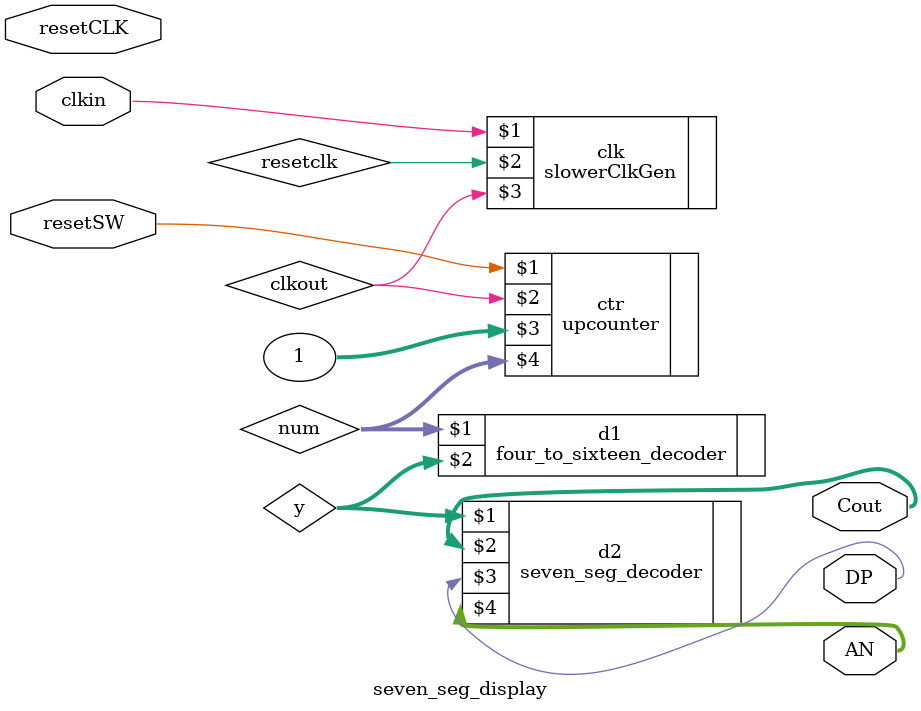
<source format=v>
`timescale 1ns / 1ps


module seven_seg_display(
    input clkin,
    input resetCLK, resetSW, 
    output [6:0] Cout, 
    output DP, 
    output [7:0] AN);
    
    wire [15:0] y;
    wire clkout;
    wire [3:0] num;
    
    slowerClkGen clk(clkin, resetclk, clkout);
    upcounter ctr(resetSW, clkout, 1, num);
    four_to_sixteen_decoder d1(num, y);
    seven_seg_decoder d2(y, Cout, DP, AN);
    
    
endmodule

</source>
